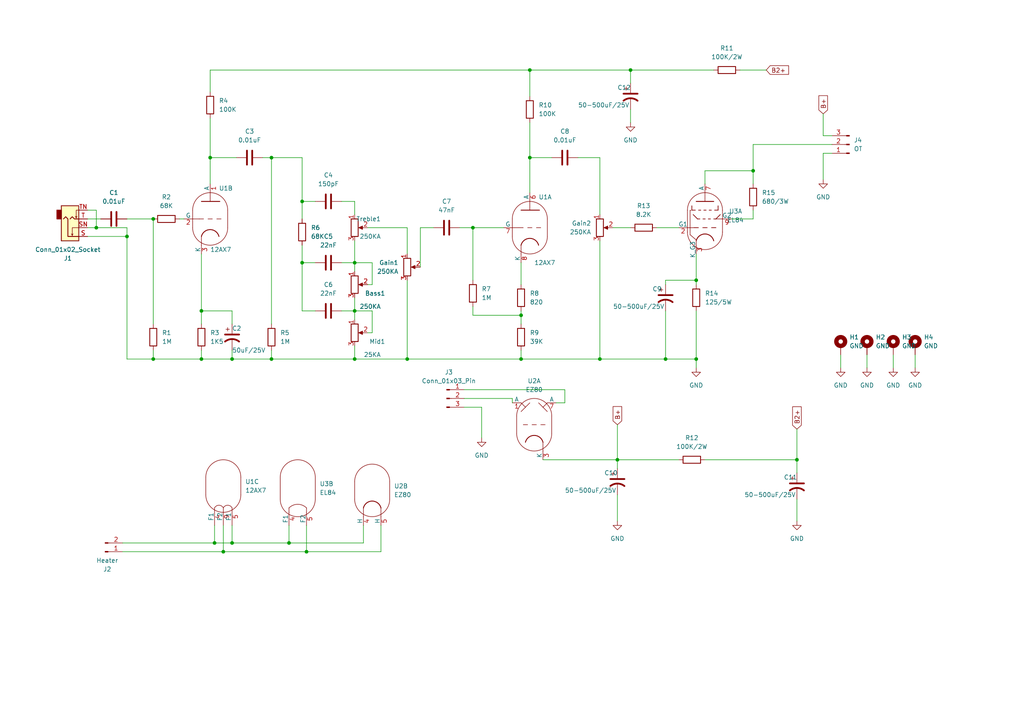
<source format=kicad_sch>
(kicad_sch (version 20230121) (generator eeschema)
  (paper "A4")
  (lib_symbols
    (symbol "Connector:Conn_01x02_Pin" (pin_names (offset 1.016) hide)
      (property "Reference" "J" (at 0 2.54 0))
      (property "Value" "Conn_01x02_Pin" (at 0 -5.08 0))
      (symbol "Conn_01x02_Pin_1_1"
        (polyline (pts (xy 1.27 -2.54) (xy 0.8636 -2.54)) (stroke (width 0.1524)))
        (polyline (pts (xy 1.27 0) (xy 0.8636 0)) (stroke (width 0.1524)))
        (rectangle (start 0.8636 -2.413) (end 0 -2.667) (stroke (width 0.1524)) (fill (type outline)))
        (rectangle (start 0.8636 0.127) (end 0 -0.127) (stroke (width 0.1524)) (fill (type outline)))
        (pin passive line (at 5.08 0 180) (length 3.81) (name "Pin_1") (number "1"))
        (pin passive line (at 5.08 -2.54 180) (length 3.81) (name "Pin_2") (number "2"))
      )
    )
    (symbol "Connector:Conn_01x03_Pin" (pin_names (offset 1.016) hide)
      (property "Reference" "J" (at 0 5.08 0))
      (property "Value" "Conn_01x03_Pin" (at 0 -5.08 0))
      (symbol "Conn_01x03_Pin_1_1"
        (polyline (pts (xy 1.27 -2.54) (xy 0.8636 -2.54)) (stroke (width 0.1524)))
        (polyline (pts (xy 1.27 0) (xy 0.8636 0)) (stroke (width 0.1524)))
        (polyline (pts (xy 1.27 2.54) (xy 0.8636 2.54)) (stroke (width 0.1524)))
        (rectangle (start 0.8636 -2.413) (end 0 -2.667) (stroke (width 0.1524)) (fill (type outline)))
        (rectangle (start 0.8636 0.127) (end 0 -0.127) (stroke (width 0.1524)) (fill (type outline)))
        (rectangle (start 0.8636 2.667) (end 0 2.413) (stroke (width 0.1524)) (fill (type outline)))
        (pin passive line (at 5.08 2.54 180) (length 3.81) (name "Pin_1") (number "1"))
        (pin passive line (at 5.08 0 180) (length 3.81) (name "Pin_2") (number "2"))
        (pin passive line (at 5.08 -2.54 180) (length 3.81) (name "Pin_3") (number "3"))
      )
    )
    (symbol "Connector_Audio:NMJ4HHD2"
      (property "Reference" "J" (at 0 11.43 0))
      (property "Value" "NMJ4HHD2" (at 0 8.89 0))
      (symbol "NMJ4HHD2_0_1"
        (rectangle (start -2.54 0) (end -3.81 -2.54) (stroke (width 0.254)) (fill (type outline)))
        (rectangle (start 2.54 6.35) (end -2.54 -3.81) (stroke (width 0.254)) (fill (type background)))
      )
      (symbol "NMJ4HHD2_1_1"
        (polyline (pts (xy 0.635 4.826) (xy 0.889 4.318)))
        (polyline (pts (xy 1.778 -0.254) (xy 2.032 -0.762)))
        (polyline (pts (xy 0 0) (xy 0.635 -0.635) (xy 1.27 0) (xy 2.54 0)) (stroke (width 0.254)))
        (polyline (pts (xy 2.54 -2.54) (xy 1.778 -2.54) (xy 1.778 -0.254) (xy 1.524 -0.762)))
        (polyline (pts (xy 2.54 2.54) (xy 0.635 2.54) (xy 0.635 4.826) (xy 0.381 4.318)))
        (polyline (pts (xy 2.54 5.08) (xy -0.635 5.08) (xy -0.635 0) (xy -1.27 -0.635) (xy -1.905 0)) (stroke (width 0.254)))
        (pin passive line (at 5.08 5.08 180) (length 2.54) (name "~") (number "S"))
        (pin passive line (at 5.08 2.54 180) (length 2.54) (name "~") (number "SN"))
        (pin passive line (at 5.08 0 180) (length 2.54) (name "~") (number "T"))
        (pin passive line (at 5.08 -2.54 180) (length 2.54) (name "~") (number "TN"))
      )
    )
    (symbol "Device:C" (pin_numbers hide) (pin_names (offset 0.254))
      (property "Reference" "C" (at 0.635 2.54 0))
      (property "Value" "C" (at 0.635 -2.54 0))
      (symbol "C_0_1"
        (polyline (pts (xy -2.032 -0.762) (xy 2.032 -0.762)) (stroke (width 0.508)))
        (polyline (pts (xy -2.032 0.762) (xy 2.032 0.762)) (stroke (width 0.508)))
      )
      (symbol "C_1_1"
        (pin passive line (at 0 3.81 270) (length 2.794) (name "~") (number "1"))
        (pin passive line (at 0 -3.81 90) (length 2.794) (name "~") (number "2"))
      )
    )
    (symbol "Device:C_Polarized_US" (pin_numbers hide) (pin_names (offset 0.254) hide)
      (property "Reference" "C" (at 0.635 2.54 0))
      (property "Value" "C_Polarized_US" (at 0.635 -2.54 0))
      (symbol "C_Polarized_US_0_1"
        (polyline (pts (xy -2.032 0.762) (xy 2.032 0.762)) (stroke (width 0.508)))
        (polyline (pts (xy -1.778 2.286) (xy -0.762 2.286)))
        (polyline (pts (xy -1.27 1.778) (xy -1.27 2.794)))
        (arc (start 2.032 -1.27) (mid 0 -0.5572) (end -2.032 -1.27) (stroke (width 0.508)))
      )
      (symbol "C_Polarized_US_1_1"
        (pin passive line (at 0 3.81 270) (length 2.794) (name "~") (number "1"))
        (pin passive line (at 0 -3.81 90) (length 3.302) (name "~") (number "2"))
      )
    )
    (symbol "Device:R" (pin_numbers hide) (pin_names (offset 0))
      (property "Reference" "R" (at 2.032 0 90))
      (property "Value" "R" (at 0 0 90))
      (symbol "R_0_1"
        (rectangle (start -1.016 -2.54) (end 1.016 2.54) (stroke (width 0.254)))
      )
      (symbol "R_1_1"
        (pin passive line (at 0 3.81 270) (length 1.27) (name "~") (number "1"))
        (pin passive line (at 0 -3.81 90) (length 1.27) (name "~") (number "2"))
      )
    )
    (symbol "Device:R_Potentiometer" (pin_names (offset 1.016) hide)
      (property "Reference" "RV" (at -4.445 0 90))
      (property "Value" "R_Potentiometer" (at -2.54 0 90))
      (symbol "R_Potentiometer_0_1"
        (polyline (pts (xy 2.54 0) (xy 1.524 0)))
        (polyline (pts (xy 1.143 0) (xy 2.286 0.508) (xy 2.286 -0.508) (xy 1.143 0)) (fill (type outline)))
        (rectangle (start 1.016 2.54) (end -1.016 -2.54) (stroke (width 0.254)))
      )
      (symbol "R_Potentiometer_1_1"
        (pin passive line (at 0 3.81 270) (length 1.27) (name "1") (number "1"))
        (pin passive line (at 3.81 0 180) (length 1.27) (name "2") (number "2"))
        (pin passive line (at 0 -3.81 90) (length 1.27) (name "3") (number "3"))
      )
    )
    (symbol "Elab:EZ80" (pin_names (offset 0))
      (property "Reference" "U" (at 1.27 8.89 0))
      (property "Value" "EZ80" (at 8.89 -7.62 0))
      (symbol "EZ80_0_1"
        (arc (start -5.08 -2.54) (mid 0 -7.5979) (end 5.08 -2.54))
        (polyline (pts (xy 5.08 2.54) (xy 5.08 -2.54)))
        (polyline (pts (xy -5.08 2.54) (xy -5.08 -2.54) (xy -5.08 -2.54)))
        (arc (start 5.08 2.54) (mid 0 7.5979) (end -5.08 2.54))
      )
      (symbol "EZ80_1_1"
        (polyline (pts (xy -3.81 3.81) (xy -2.54 5.08)))
        (polyline (pts (xy -3.81 6.35) (xy -2.54 5.08)))
        (polyline (pts (xy -2.54 5.08) (xy -1.27 6.35)))
        (polyline (pts (xy -1.905 0) (xy -3.175 0)) (stroke (width 0.1524)))
        (polyline (pts (xy -0.635 0) (xy 0.635 0)) (stroke (width 0.1524)))
        (polyline (pts (xy 1.905 0) (xy 3.175 0)) (stroke (width 0.1524)))
        (polyline (pts (xy 2.54 -5.08) (xy 2.54 -7.62)))
        (polyline (pts (xy 2.54 5.08) (xy 1.27 6.35)))
        (polyline (pts (xy 3.81 3.81) (xy 2.54 5.08)))
        (polyline (pts (xy 3.81 6.35) (xy 2.54 5.08)))
        (arc (start 2.54 -5.08) (mid 0 -3.0968) (end -2.54 -5.08) (stroke (width 0.254)))
        (pin input line (at -6.35 6.35 0) (length 2.54) (name "A") (number "1"))
        (pin bidirectional line (at 2.54 -10.16 90) (length 2.54) (name "K") (number "3"))
        (pin input line (at 6.35 6.35 180) (length 2.54) (name "A") (number "7"))
      )
      (symbol "EZ80_2_0"
        (polyline (pts (xy -2.54 -5.08) (xy -2.54 -7.62)))
      )
      (symbol "EZ80_2_1"
        (polyline (pts (xy 2.54 -7.62) (xy 2.54 -5.08)))
        (arc (start 2.54 -5.08) (mid 0 -3.0968) (end -2.54 -5.08) (stroke (width 0.254)))
        (pin bidirectional line (at -2.54 -10.16 90) (length 2.54) (name "H") (number "4"))
        (pin input line (at 2.54 -10.16 90) (length 2.54) (name "H") (number "5"))
      )
    )
    (symbol "Mechanical:MountingHole_Pad" (pin_numbers hide) (pin_names (offset 1.016) hide)
      (property "Reference" "H" (at 0 6.35 0))
      (property "Value" "MountingHole_Pad" (at 0 4.445 0))
      (symbol "MountingHole_Pad_0_1"
        (circle (center 0 1.27) (radius 1.27) (stroke (width 1.27)))
      )
      (symbol "MountingHole_Pad_1_1"
        (pin input line (at 0 -2.54 90) (length 2.54) (name "1") (number "1"))
      )
    )
    (symbol "Valve:ECC83" (pin_names (offset 0))
      (property "Reference" "U" (at 3.302 7.874 0))
      (property "Value" "ECC83" (at 8.89 -7.62 0))
      (symbol "ECC83_0_1"
        (arc (start -5.08 -2.54) (mid 0 -7.5979) (end 5.08 -2.54))
        (polyline (pts (xy 5.08 2.54) (xy 5.08 -2.54)))
        (polyline (pts (xy -5.08 2.54) (xy -5.08 -2.54) (xy -5.08 -2.54)))
        (arc (start 5.08 2.54) (mid 0 7.5979) (end -5.08 2.54))
      )
      (symbol "ECC83_1_0"
        (polyline (pts (xy -2.54 -5.08) (xy -2.54 -7.62)))
        (polyline (pts (xy 0 5.08) (xy 0 7.62)))
      )
      (symbol "ECC83_1_1"
        (polyline (pts (xy -5.08 0) (xy -3.175 0)))
        (polyline (pts (xy -1.905 0) (xy -3.175 0)) (stroke (width 0.1524)))
        (polyline (pts (xy -0.635 0) (xy 0.635 0)) (stroke (width 0.1524)))
        (polyline (pts (xy 1.905 0) (xy 3.175 0)) (stroke (width 0.1524)))
        (polyline (pts (xy -2.54 5.08) (xy 2.794 5.08) (xy 2.794 5.08)) (stroke (width 0.254)))
        (arc (start 2.54 -5.08) (mid 0 -3.0968) (end -2.54 -5.08) (stroke (width 0.254)))
        (pin output line (at 0 10.16 270) (length 2.54) (name "A") (number "6"))
        (pin input line (at -7.62 0 0) (length 2.54) (name "G") (number "7"))
        (pin bidirectional line (at -2.54 -10.16 90) (length 2.54) (name "K") (number "8"))
      )
      (symbol "ECC83_2_0"
        (polyline (pts (xy -2.54 -5.08) (xy -2.54 -7.62)))
        (polyline (pts (xy 0 5.08) (xy 0 7.62)))
      )
      (symbol "ECC83_2_1"
        (polyline (pts (xy -5.08 0) (xy -3.175 0)))
        (polyline (pts (xy -1.905 0) (xy -3.175 0)) (stroke (width 0.1524)))
        (polyline (pts (xy -0.635 0) (xy 0.635 0)) (stroke (width 0.1524)))
        (polyline (pts (xy 1.905 0) (xy 3.175 0)) (stroke (width 0.1524)))
        (polyline (pts (xy -2.54 5.08) (xy 2.794 5.08) (xy 2.794 5.08)) (stroke (width 0.254)))
        (arc (start 2.54 -5.08) (mid 0 -3.0968) (end -2.54 -5.08) (stroke (width 0.254)))
        (pin output line (at 0 10.16 270) (length 2.54) (name "A") (number "1"))
        (pin input line (at -7.62 0 0) (length 2.54) (name "G") (number "2"))
        (pin bidirectional line (at -2.54 -10.16 90) (length 2.54) (name "K") (number "3"))
      )
      (symbol "ECC83_3_1"
        (arc (start 0 -6.35) (mid -1.27 -5.5651) (end -2.54 -6.35))
        (arc (start 2.54 -6.35) (mid 1.27 -5.5651) (end 0 -6.35))
        (pin power_in line (at -2.54 -11.43 90) (length 5.08) (name "F1") (number "4"))
        (pin power_in line (at 2.54 -11.43 90) (length 5.08) (name "F1") (number "5"))
        (pin power_in line (at 0 -11.43 90) (length 5.08) (name "F2") (number "9"))
      )
    )
    (symbol "Valve:EL84" (pin_names (offset 0))
      (property "Reference" "U" (at 2.54 10.16 0))
      (property "Value" "EL84" (at 7.62 -7.62 0))
      (symbol "EL84_0_1"
        (arc (start -5.08 -2.54) (mid 0 -7.5979) (end 5.08 -2.54))
        (polyline (pts (xy -5.08 3.81) (xy -5.08 -2.54) (xy -5.08 -2.54)))
        (polyline (pts (xy 5.08 -2.54) (xy 5.08 3.81) (xy 5.08 3.81)))
        (arc (start 5.08 3.81) (mid 0 8.8679) (end -5.08 3.81))
      )
      (symbol "EL84_1_0"
        (polyline (pts (xy -2.54 -5.08) (xy -2.54 -7.62)))
      )
      (symbol "EL84_1_1"
        (polyline (pts (xy -5.08 -1.27) (xy -3.175 -1.27)))
        (polyline (pts (xy -4.318 -3.302) (xy -4.318 3.7338)))
        (polyline (pts (xy -4.318 -3.302) (xy -2.54 -4.826)))
        (polyline (pts (xy -4.064 3.7338) (xy -4.318 3.7338)))
        (polyline (pts (xy -3.81 3.81) (xy -2.794 3.81)) (stroke (width 0.2032)))
        (polyline (pts (xy -3.81 5.08) (xy -3.81 3.81)) (stroke (width 0.2032)))
        (polyline (pts (xy -3.429 2.54) (xy -2.159 1.27)) (stroke (width 0.2032)))
        (polyline (pts (xy -2.159 1.27) (xy -1.4732 1.27)) (stroke (width 0.2032)))
        (polyline (pts (xy -1.905 -1.27) (xy -3.175 -1.27)) (stroke (width 0.2032)))
        (polyline (pts (xy -1.8542 3.81) (xy -1.2192 3.81)) (stroke (width 0.2032)))
        (polyline (pts (xy -0.635 -1.27) (xy 0.635 -1.27)) (stroke (width 0.2032)))
        (polyline (pts (xy -0.5842 1.27) (xy 0.0762 1.27)) (stroke (width 0.2032)))
        (polyline (pts (xy -0.3302 3.81) (xy 0.3302 3.81)) (stroke (width 0.2032)))
        (polyline (pts (xy 0 6.35) (xy 0 8.89)))
        (polyline (pts (xy 0.9652 1.27) (xy 1.6002 1.27)) (stroke (width 0.2032)))
        (polyline (pts (xy 1.2192 3.81) (xy 1.8542 3.81)) (stroke (width 0.2032)))
        (polyline (pts (xy 1.905 -1.27) (xy 3.175 -1.27)) (stroke (width 0.2032)))
        (polyline (pts (xy 2.54 1.27) (xy 3.175 1.27)) (stroke (width 0.2032)))
        (polyline (pts (xy 3.175 1.27) (xy 5.08 1.27)))
        (polyline (pts (xy 3.81 3.81) (xy 2.794 3.81)) (stroke (width 0.2032)))
        (polyline (pts (xy 3.81 5.08) (xy 3.81 3.81)) (stroke (width 0.2032)))
        (polyline (pts (xy 4.445 2.54) (xy 3.175 1.27)) (stroke (width 0.2032)))
        (polyline (pts (xy -2.54 6.35) (xy 2.54 6.35) (xy 2.54 6.35)) (stroke (width 0.254)))
        (arc (start 2.54 -5.08) (mid 0 -3.0968) (end -2.54 -5.08) (stroke (width 0.254)))
        (pin input line (at -7.62 -1.27 0) (length 2.54) (name "G1") (number "2"))
        (pin bidirectional line (at -2.54 -8.89 90) (length 2.54) (name "K_G3") (number "3"))
        (pin output line (at 0 11.43 270) (length 2.54) (name "A") (number "7"))
        (pin input line (at 7.62 1.27 180) (length 2.54) (name "G2") (number "9"))
      )
      (symbol "EL84_2_1"
        (polyline (pts (xy -2.54 -5.08) (xy -2.54 -6.35) (xy -2.54 -6.35)))
        (polyline (pts (xy 2.54 -6.35) (xy 2.54 -5.08) (xy 2.54 -5.08)))
        (arc (start 2.54 -5.08) (mid 0 -4.0279) (end -2.54 -5.08))
        (pin power_in line (at -2.54 -10.16 90) (length 3.81) (name "F1") (number "4"))
        (pin power_in line (at 2.54 -10.16 90) (length 3.81) (name "F2") (number "5"))
      )
    )
    (symbol "power:GND" (power) (pin_names (offset 0))
      (property "Value" "GND" (at 0 -3.81 0))
      (symbol "GND_0_1"
        (polyline (pts (xy 0 0) (xy 0 -1.27) (xy 1.27 -1.27) (xy 0 -2.54) (xy -1.27 -1.27) (xy 0 -1.27)))
      )
      (symbol "GND_1_1"
        (pin power_in line (at 0 0 270) (length 0) hide (name "GND") (number "1"))
      )
    )
  )
  (junction (at 102.87 104.14))
  (junction (at 27.94 66.04))
  (junction (at 173.99 104.14))
  (junction (at 137.16 66.04))
  (junction (at 58.42 90.17))
  (junction (at 179.07 133.35))
  (junction (at 78.74 104.14))
  (junction (at 44.45 104.14))
  (junction (at 87.63 58.42))
  (junction (at 64.77 160.02))
  (junction (at 78.74 45.72))
  (junction (at 67.31 157.48))
  (junction (at 151.13 91.44))
  (junction (at 218.44 49.53))
  (junction (at 201.93 104.14))
  (junction (at 88.9 160.02))
  (junction (at 193.04 104.14))
  (junction (at 36.83 68.58))
  (junction (at 87.63 76.2))
  (junction (at 153.67 45.72))
  (junction (at 151.13 104.14))
  (junction (at 67.31 104.14))
  (junction (at 153.67 20.32))
  (junction (at 118.11 104.14))
  (junction (at 58.42 104.14))
  (junction (at 231.14 133.35))
  (junction (at 102.87 76.2))
  (junction (at 44.45 63.5))
  (junction (at 60.96 45.72))
  (junction (at 182.88 20.32))
  (junction (at 201.93 81.28))
  (junction (at 102.87 90.17))
  (junction (at 83.82 157.48))
  (junction (at 62.23 157.48))
  (wire (pts (xy 78.74 45.72) (xy 87.63 45.72)))
  (wire (pts (xy 182.88 31.75) (xy 182.88 35.56)))
  (wire (pts (xy 60.96 45.72) (xy 68.58 45.72)))
  (wire (pts (xy 231.14 144.78) (xy 231.14 151.13)))
  (wire (pts (xy 78.74 93.98) (xy 78.74 45.72)))
  (wire (pts (xy 153.67 20.32) (xy 153.67 27.94)))
  (wire (pts (xy 87.63 90.17) (xy 91.44 90.17)))
  (wire (pts (xy 153.67 20.32) (xy 182.88 20.32)))
  (wire (pts (xy 193.04 81.28) (xy 201.93 81.28)))
  (wire (pts (xy 137.16 88.9) (xy 137.16 91.44)))
  (wire (pts (xy 36.83 68.58) (xy 36.83 104.14)))
  (wire (pts (xy 107.95 90.17) (xy 102.87 90.17)))
  (wire (pts (xy 64.77 152.4) (xy 64.77 160.02)))
  (wire (pts (xy 102.87 69.85) (xy 102.87 76.2)))
  (wire (pts (xy 231.14 124.46) (xy 231.14 133.35)))
  (wire (pts (xy 87.63 76.2) (xy 91.44 76.2)))
  (wire (pts (xy 163.83 113.03) (xy 163.83 116.84)))
  (wire (pts (xy 58.42 90.17) (xy 58.42 93.98)))
  (wire (pts (xy 58.42 73.66) (xy 58.42 90.17)))
  (wire (pts (xy 238.76 39.37) (xy 238.76 33.02)))
  (wire (pts (xy 105.41 157.48) (xy 83.82 157.48)))
  (wire (pts (xy 60.96 20.32) (xy 153.67 20.32)))
  (wire (pts (xy 36.83 63.5) (xy 44.45 63.5)))
  (wire (pts (xy 102.87 58.42) (xy 102.87 62.23)))
  (wire (pts (xy 60.96 20.32) (xy 60.96 26.67)))
  (wire (pts (xy 67.31 101.6) (xy 67.31 104.14)))
  (wire (pts (xy 67.31 152.4) (xy 67.31 157.48)))
  (wire (pts (xy 218.44 41.91) (xy 218.44 49.53)))
  (wire (pts (xy 102.87 76.2) (xy 102.87 78.74)))
  (wire (pts (xy 151.13 104.14) (xy 173.99 104.14)))
  (wire (pts (xy 179.07 133.35) (xy 196.85 133.35)))
  (wire (pts (xy 118.11 66.04) (xy 106.68 66.04)))
  (wire (pts (xy 99.06 76.2) (xy 102.87 76.2)))
  (wire (pts (xy 107.95 96.52) (xy 107.95 90.17)))
  (wire (pts (xy 44.45 104.14) (xy 58.42 104.14)))
  (wire (pts (xy 60.96 45.72) (xy 60.96 53.34)))
  (wire (pts (xy 110.49 152.4) (xy 110.49 160.02)))
  (wire (pts (xy 25.4 63.5) (xy 29.21 63.5)))
  (wire (pts (xy 83.82 152.4) (xy 83.82 157.48)))
  (wire (pts (xy 139.7 127) (xy 139.7 118.11)))
  (wire (pts (xy 173.99 69.85) (xy 173.99 104.14)))
  (wire (pts (xy 177.8 66.04) (xy 182.88 66.04)))
  (wire (pts (xy 27.94 60.96) (xy 27.94 66.04)))
  (wire (pts (xy 163.83 116.84) (xy 161.29 116.84)))
  (wire (pts (xy 139.7 118.11) (xy 134.62 118.11)))
  (wire (pts (xy 157.48 133.35) (xy 179.07 133.35)))
  (wire (pts (xy 25.4 60.96) (xy 27.94 60.96)))
  (wire (pts (xy 179.07 143.51) (xy 179.07 151.13)))
  (wire (pts (xy 137.16 66.04) (xy 137.16 81.28)))
  (wire (pts (xy 148.59 115.57) (xy 148.59 116.84)))
  (wire (pts (xy 87.63 58.42) (xy 87.63 63.5)))
  (wire (pts (xy 118.11 73.66) (xy 118.11 66.04)))
  (wire (pts (xy 99.06 90.17) (xy 102.87 90.17)))
  (wire (pts (xy 78.74 101.6) (xy 78.74 104.14)))
  (wire (pts (xy 251.46 106.68) (xy 251.46 102.87)))
  (wire (pts (xy 153.67 45.72) (xy 153.67 55.88)))
  (wire (pts (xy 102.87 90.17) (xy 102.87 86.36)))
  (wire (pts (xy 201.93 81.28) (xy 201.93 82.55)))
  (wire (pts (xy 218.44 63.5) (xy 212.09 63.5)))
  (wire (pts (xy 88.9 152.4) (xy 88.9 160.02)))
  (wire (pts (xy 265.43 106.68) (xy 265.43 102.87)))
  (wire (pts (xy 167.64 45.72) (xy 173.99 45.72)))
  (wire (pts (xy 193.04 90.17) (xy 193.04 104.14)))
  (wire (pts (xy 182.88 20.32) (xy 207.01 20.32)))
  (wire (pts (xy 153.67 35.56) (xy 153.67 45.72)))
  (wire (pts (xy 173.99 104.14) (xy 193.04 104.14)))
  (wire (pts (xy 99.06 58.42) (xy 102.87 58.42)))
  (wire (pts (xy 134.62 115.57) (xy 148.59 115.57)))
  (wire (pts (xy 204.47 49.53) (xy 204.47 53.34)))
  (wire (pts (xy 25.4 66.04) (xy 27.94 66.04)))
  (wire (pts (xy 133.35 66.04) (xy 137.16 66.04)))
  (wire (pts (xy 60.96 34.29) (xy 60.96 45.72)))
  (wire (pts (xy 87.63 76.2) (xy 87.63 90.17)))
  (wire (pts (xy 218.44 60.96) (xy 218.44 63.5)))
  (wire (pts (xy 201.93 104.14) (xy 193.04 104.14)))
  (wire (pts (xy 151.13 90.17) (xy 151.13 91.44)))
  (wire (pts (xy 193.04 82.55) (xy 193.04 81.28)))
  (wire (pts (xy 259.08 106.68) (xy 259.08 102.87)))
  (wire (pts (xy 106.68 82.55) (xy 107.95 82.55)))
  (wire (pts (xy 67.31 90.17) (xy 58.42 90.17)))
  (wire (pts (xy 105.41 152.4) (xy 105.41 157.48)))
  (wire (pts (xy 107.95 82.55) (xy 107.95 76.2)))
  (wire (pts (xy 201.93 104.14) (xy 201.93 106.68)))
  (wire (pts (xy 214.63 20.32) (xy 222.25 20.32)))
  (wire (pts (xy 102.87 104.14) (xy 118.11 104.14)))
  (wire (pts (xy 179.07 123.19) (xy 179.07 133.35)))
  (wire (pts (xy 134.62 113.03) (xy 163.83 113.03)))
  (wire (pts (xy 173.99 45.72) (xy 173.99 62.23)))
  (wire (pts (xy 201.93 90.17) (xy 201.93 104.14)))
  (wire (pts (xy 137.16 91.44) (xy 151.13 91.44)))
  (wire (pts (xy 151.13 91.44) (xy 151.13 93.98)))
  (wire (pts (xy 36.83 66.04) (xy 36.83 68.58)))
  (wire (pts (xy 78.74 104.14) (xy 102.87 104.14)))
  (wire (pts (xy 62.23 157.48) (xy 67.31 157.48)))
  (wire (pts (xy 35.56 157.48) (xy 62.23 157.48)))
  (wire (pts (xy 67.31 104.14) (xy 78.74 104.14)))
  (wire (pts (xy 121.92 77.47) (xy 121.92 66.04)))
  (wire (pts (xy 137.16 66.04) (xy 146.05 66.04)))
  (wire (pts (xy 27.94 66.04) (xy 36.83 66.04)))
  (wire (pts (xy 182.88 20.32) (xy 182.88 24.13)))
  (wire (pts (xy 58.42 101.6) (xy 58.42 104.14)))
  (wire (pts (xy 118.11 81.28) (xy 118.11 104.14)))
  (wire (pts (xy 62.23 152.4) (xy 62.23 157.48)))
  (wire (pts (xy 110.49 160.02) (xy 88.9 160.02)))
  (wire (pts (xy 67.31 93.98) (xy 67.31 90.17)))
  (wire (pts (xy 87.63 58.42) (xy 91.44 58.42)))
  (wire (pts (xy 241.3 39.37) (xy 238.76 39.37)))
  (wire (pts (xy 218.44 49.53) (xy 218.44 53.34)))
  (wire (pts (xy 241.3 44.45) (xy 238.76 44.45)))
  (wire (pts (xy 179.07 133.35) (xy 179.07 135.89)))
  (wire (pts (xy 52.07 63.5) (xy 53.34 63.5)))
  (wire (pts (xy 241.3 41.91) (xy 218.44 41.91)))
  (wire (pts (xy 243.84 106.68) (xy 243.84 102.87)))
  (wire (pts (xy 44.45 63.5) (xy 44.45 93.98)))
  (wire (pts (xy 78.74 45.72) (xy 76.2 45.72)))
  (wire (pts (xy 151.13 101.6) (xy 151.13 104.14)))
  (wire (pts (xy 121.92 66.04) (xy 125.73 66.04)))
  (wire (pts (xy 204.47 49.53) (xy 218.44 49.53)))
  (wire (pts (xy 190.5 66.04) (xy 196.85 66.04)))
  (wire (pts (xy 201.93 81.28) (xy 201.93 73.66)))
  (wire (pts (xy 151.13 76.2) (xy 151.13 82.55)))
  (wire (pts (xy 118.11 104.14) (xy 151.13 104.14)))
  (wire (pts (xy 231.14 137.16) (xy 231.14 133.35)))
  (wire (pts (xy 102.87 100.33) (xy 102.87 104.14)))
  (wire (pts (xy 107.95 76.2) (xy 102.87 76.2)))
  (wire (pts (xy 106.68 96.52) (xy 107.95 96.52)))
  (wire (pts (xy 67.31 157.48) (xy 83.82 157.48)))
  (wire (pts (xy 36.83 104.14) (xy 44.45 104.14)))
  (wire (pts (xy 87.63 45.72) (xy 87.63 58.42)))
  (wire (pts (xy 25.4 68.58) (xy 36.83 68.58)))
  (wire (pts (xy 44.45 104.14) (xy 44.45 101.6)))
  (wire (pts (xy 238.76 44.45) (xy 238.76 52.07)))
  (wire (pts (xy 87.63 71.12) (xy 87.63 76.2)))
  (wire (pts (xy 231.14 133.35) (xy 204.47 133.35)))
  (wire (pts (xy 153.67 45.72) (xy 160.02 45.72)))
  (wire (pts (xy 102.87 90.17) (xy 102.87 92.71)))
  (wire (pts (xy 64.77 160.02) (xy 88.9 160.02)))
  (wire (pts (xy 35.56 160.02) (xy 64.77 160.02)))
  (wire (pts (xy 58.42 104.14) (xy 67.31 104.14)))
  (global_label "B2+" (shape input) (at 231.14 124.46 90) (property "Intersheetrefs" "${INTERSHEET_REFS}" (effects hide)))
  (global_label "B2+" (shape input) (at 222.25 20.32 0) (property "Intersheetrefs" "${INTERSHEET_REFS}" (effects hide)))
  (global_label "B+" (shape input) (at 179.07 123.19 90) (property "Intersheetrefs" "${INTERSHEET_REFS}" (effects hide)))
  (global_label "B+" (shape input) (at 238.76 33.02 90) (property "Intersheetrefs" "${INTERSHEET_REFS}" (effects hide)))
  (symbol (lib_id "power:GND") (at 231.14 151.13 0) (unit 1)
    (property "Reference" "#PWR03" (effects hide))
    (property "Value" "GND" (at 231.14 156.21 0))
  )
  (symbol (lib_id "Device:C") (at 129.54 66.04 90) (unit 1)
    (property "Reference" "C7" (at 129.54 58.42 90))
    (property "Value" "47nF" (at 129.54 60.96 90))
    (property "Footprint" "Capacitor_THT:C_Rect_L29.0mm_W7.6mm_P27.50mm_MKT" (effects hide))
  )
  (symbol (lib_id "Device:C") (at 95.25 76.2 90) (unit 1)
    (property "Reference" "C5" (at 95.25 68.58 90))
    (property "Value" "22nF" (at 95.25 71.12 90))
    (property "Footprint" "Capacitor_THT:C_Rect_L29.0mm_W7.6mm_P27.50mm_MKT" (effects hide))
  )
  (symbol (lib_id "Device:R") (at 151.13 86.36 0) (unit 1)
    (property "Reference" "R8" (at 153.67 85.09 0) (effects (justify left)))
    (property "Value" "820" (at 153.67 87.63 0) (effects (justify left)))
    (property "Footprint" "Resistor_THT:R_Axial_DIN0411_L9.9mm_D3.6mm_P20.32mm_Horizontal" (effects hide))
  )
  (symbol (lib_id "Connector:Conn_01x03_Pin") (at 246.38 41.91 180) (unit 1)
    (property "Reference" "J4" (at 247.65 40.64 0) (effects (justify right)))
    (property "Value" "OT" (at 247.65 43.18 0) (effects (justify right)))
    (property "Footprint" "Connector_Phoenix_MC_HighVoltage:PhoenixContact_MCV_1,5_3-G-5.08_1x03_P5.08mm_Vertical" (effects hide))
  )
  (symbol (lib_id "Connector:Conn_01x02_Pin") (at 30.48 160.02 0) (mirror x) (unit 1)
    (property "Reference" "J2" (at 31.115 165.1 0))
    (property "Value" "Heater" (at 31.115 162.56 0))
    (property "Footprint" "Connector_Phoenix_MC_HighVoltage:PhoenixContact_MCV_1,5_2-G-5.08_1x02_P5.08mm_Vertical" (effects hide))
  )
  (symbol (lib_id "Device:R_Potentiometer") (at 102.87 66.04 0) (unit 1)
    (property "Reference" "Treble1" (at 110.49 63.5 0) (effects (justify right)))
    (property "Value" "250KA" (at 110.49 68.58 0) (effects (justify right)))
    (property "Footprint" "Potentiometer_THT:Potentiometer_Alps_RK163_Single_Horizontal" (effects hide))
  )
  (symbol (lib_id "Valve:EL84") (at 86.36 142.24 0) (unit 2)
    (property "Reference" "U3" (at 92.71 140.335 0) (effects (justify left)))
    (property "Value" "EL84" (at 92.71 142.875 0) (effects (justify left)))
    (property "Footprint" "Elab:9P_2.57mm" (effects hide))
    (property "Datasheet" "http://www.r-type.org/pdfs/el84.pdf" (effects hide))
  )
  (symbol (lib_id "Device:C_Polarized_US") (at 179.07 139.7 0) (unit 1)
    (property "Reference" "C10" (at 175.26 137.16 0) (effects (justify left)))
    (property "Value" "50-500uF/25V" (at 163.83 142.24 0) (effects (justify left)))
    (property "Footprint" "Capacitor_THT:CP_Radial_D18.0mm_P7.50mm" (effects hide))
  )
  (symbol (lib_id "power:GND") (at 259.08 106.68 0) (unit 1)
    (property "Reference" "#PWR09" (effects hide))
    (property "Value" "GND" (at 259.08 111.76 0))
  )
  (symbol (lib_id "Device:R") (at 60.96 30.48 0) (unit 1)
    (property "Reference" "R4" (at 63.5 29.21 0) (effects (justify left)))
    (property "Value" "100K" (at 63.5 31.75 0) (effects (justify left)))
    (property "Footprint" "Resistor_THT:R_Axial_DIN0411_L9.9mm_D3.6mm_P20.32mm_Horizontal" (effects hide))
  )
  (symbol (lib_id "Connector_Audio:NMJ4HHD2") (at 20.32 63.5 0) (mirror x) (unit 1)
    (property "Reference" "J1" (at 19.685 74.93 0))
    (property "Value" "Conn_01x02_Socket" (at 19.685 72.39 0))
    (property "Footprint" "Connector_Audio:Jack_6.35mm_Neutrik_NMJ4HCD2_Horizontal" (effects hide))
    (property "Datasheet" "https://www.neutrik.com/en/product/nmj4hhd2" (effects hide))
  )
  (symbol (lib_id "Device:R") (at 151.13 97.79 0) (unit 1)
    (property "Reference" "R9" (at 153.67 96.52 0) (effects (justify left)))
    (property "Value" "39K" (at 153.67 99.06 0) (effects (justify left)))
    (property "Footprint" "Resistor_THT:R_Axial_DIN0411_L9.9mm_D3.6mm_P20.32mm_Horizontal" (effects hide))
  )
  (symbol (lib_id "Device:R_Potentiometer") (at 102.87 82.55 0) (unit 1)
    (property "Reference" "Bass1" (at 111.76 85.09 0) (effects (justify right)))
    (property "Value" "250KA" (at 110.49 88.9 0) (effects (justify right)))
    (property "Footprint" "Potentiometer_THT:Potentiometer_Alps_RK163_Single_Horizontal" (effects hide))
  )
  (symbol (lib_id "Device:C_Polarized_US") (at 231.14 140.97 0) (unit 1)
    (property "Reference" "C11" (at 227.33 138.43 0) (effects (justify left)))
    (property "Value" "50-500uF/25V" (at 215.9 143.51 0) (effects (justify left)))
    (property "Footprint" "Capacitor_THT:CP_Radial_D18.0mm_P7.50mm" (effects hide))
  )
  (symbol (lib_id "Device:R") (at 218.44 57.15 180) (unit 1)
    (property "Reference" "R15" (at 220.98 55.88 0) (effects (justify right)))
    (property "Value" "680/3W" (at 220.98 58.42 0) (effects (justify right)))
    (property "Footprint" "Resistor_THT:R_Axial_DIN0411_L9.9mm_D3.6mm_P20.32mm_Horizontal" (effects hide))
  )
  (symbol (lib_id "Device:R") (at 210.82 20.32 90) (unit 1)
    (property "Reference" "R11" (at 210.82 13.97 90))
    (property "Value" "100K/2W" (at 210.82 16.51 90))
    (property "Footprint" "Resistor_THT:R_Axial_DIN0411_L9.9mm_D3.6mm_P20.32mm_Horizontal" (effects hide))
  )
  (symbol (lib_id "Device:R") (at 48.26 63.5 90) (unit 1)
    (property "Reference" "R2" (at 48.26 57.15 90))
    (property "Value" "68K" (at 48.26 59.69 90))
    (property "Footprint" "Resistor_THT:R_Axial_DIN0411_L9.9mm_D3.6mm_P20.32mm_Horizontal" (effects hide))
  )
  (symbol (lib_id "Mechanical:MountingHole_Pad") (at 265.43 100.33 0) (unit 1)
    (property "Reference" "H4" (at 267.97 97.79 0) (effects (justify left)))
    (property "Value" "GND" (at 267.97 100.33 0) (effects (justify left)))
    (property "Footprint" "MountingHole:MountingHole_2.5mm_Pad_TopBottom" (effects hide))
  )
  (symbol (lib_id "Mechanical:MountingHole_Pad") (at 251.46 100.33 0) (unit 1)
    (property "Reference" "H2" (at 254 97.79 0) (effects (justify left)))
    (property "Value" "GND" (at 254 100.33 0) (effects (justify left)))
    (property "Footprint" "MountingHole:MountingHole_2.5mm_Pad_TopBottom" (effects hide))
  )
  (symbol (lib_id "Valve:ECC83") (at 60.96 63.5 0) (unit 2)
    (property "Reference" "U1" (at 63.5 54.61 0) (effects (justify left)))
    (property "Value" "12AX7" (at 60.96 72.39 0) (effects (justify left)))
    (property "Footprint" "Elab:9P_2.57mm" (effects hide))
    (property "Datasheet" "http://www.r-type.org/pdfs/ecc83.pdf" (effects hide))
  )
  (symbol (lib_id "power:GND") (at 182.88 35.56 0) (unit 1)
    (property "Reference" "#PWR02" (effects hide))
    (property "Value" "GND" (at 182.88 40.64 0))
  )
  (symbol (lib_id "Valve:ECC83") (at 64.77 140.97 0) (unit 3)
    (property "Reference" "U1" (at 71.12 139.7 0) (effects (justify left)))
    (property "Value" "12AX7" (at 71.12 142.24 0) (effects (justify left)))
    (property "Footprint" "Elab:9P_2.57mm" (effects hide))
    (property "Datasheet" "http://www.r-type.org/pdfs/ecc83.pdf" (effects hide))
  )
  (symbol (lib_id "Mechanical:MountingHole_Pad") (at 243.84 100.33 0) (unit 1)
    (property "Reference" "H1" (at 246.38 97.79 0) (effects (justify left)))
    (property "Value" "GND" (at 246.38 100.33 0) (effects (justify left)))
    (property "Footprint" "MountingHole:MountingHole_2.5mm_Pad_TopBottom" (effects hide))
  )
  (symbol (lib_id "Elab:EZ80") (at 154.94 123.19 0) (unit 1)
    (property "Reference" "U2" (at 154.94 110.49 0))
    (property "Value" "EZ80" (at 154.94 113.03 0))
    (property "Footprint" "Elab:9P_2.57mm" (effects hide))
    (property "Datasheet" "http://www.r-type.org/pdfs/ecc83.pdf" (effects hide))
  )
  (symbol (lib_id "power:GND") (at 251.46 106.68 0) (unit 1)
    (property "Reference" "#PWR08" (effects hide))
    (property "Value" "GND" (at 251.46 111.76 0))
  )
  (symbol (lib_id "Device:R") (at 137.16 85.09 0) (unit 1)
    (property "Reference" "R7" (at 139.7 83.82 0) (effects (justify left)))
    (property "Value" "1M" (at 139.7 86.36 0) (effects (justify left)))
    (property "Footprint" "Resistor_THT:R_Axial_DIN0411_L9.9mm_D3.6mm_P20.32mm_Horizontal" (effects hide))
  )
  (symbol (lib_id "power:GND") (at 201.93 106.68 0) (unit 1)
    (property "Reference" "#PWR05" (effects hide))
    (property "Value" "GND" (at 201.93 111.76 0))
  )
  (symbol (lib_id "Valve:EL84") (at 204.47 64.77 0) (unit 1)
    (property "Reference" "U3" (at 213.36 61.2841 0))
    (property "Value" "EL84" (at 213.36 63.8241 0))
    (property "Footprint" "Elab:9P_2.57mm" (effects hide))
    (property "Datasheet" "http://www.r-type.org/pdfs/el84.pdf" (effects hide))
  )
  (symbol (lib_id "Device:R_Potentiometer") (at 173.99 66.04 0) (unit 1)
    (property "Reference" "Gain2" (at 171.45 64.77 0) (effects (justify right)))
    (property "Value" "250KA" (at 171.45 67.31 0) (effects (justify right)))
    (property "Footprint" "Potentiometer_THT:Potentiometer_Alps_RK163_Single_Horizontal" (effects hide))
  )
  (symbol (lib_id "Device:C") (at 72.39 45.72 90) (unit 1)
    (property "Reference" "C3" (at 72.39 38.1 90))
    (property "Value" "0.01uF" (at 72.39 40.64 90))
    (property "Footprint" "Capacitor_THT:C_Rect_L29.0mm_W7.6mm_P27.50mm_MKT" (effects hide))
  )
  (symbol (lib_id "Device:R") (at 200.66 133.35 90) (unit 1)
    (property "Reference" "R12" (at 200.66 127 90))
    (property "Value" "100K/2W" (at 200.66 129.54 90))
    (property "Footprint" "Resistor_THT:R_Axial_DIN0411_L9.9mm_D3.6mm_P20.32mm_Horizontal" (effects hide))
  )
  (symbol (lib_id "Device:R") (at 44.45 97.79 0) (unit 1)
    (property "Reference" "R1" (at 46.99 96.52 0) (effects (justify left)))
    (property "Value" "1M" (at 46.99 99.06 0) (effects (justify left)))
    (property "Footprint" "Resistor_THT:R_Axial_DIN0411_L9.9mm_D3.6mm_P20.32mm_Horizontal" (effects hide))
  )
  (symbol (lib_id "power:GND") (at 139.7 127 0) (unit 1)
    (property "Reference" "#PWR01" (effects hide))
    (property "Value" "GND" (at 139.7 132.08 0))
  )
  (symbol (lib_id "Valve:ECC83") (at 153.67 66.04 0) (unit 1)
    (property "Reference" "U1" (at 156.21 57.15 0) (effects (justify left)))
    (property "Value" "12AX7" (at 154.94 76.2 0) (effects (justify left)))
    (property "Footprint" "Elab:9P_2.57mm" (effects hide))
    (property "Datasheet" "http://www.r-type.org/pdfs/ecc83.pdf" (effects hide))
  )
  (symbol (lib_id "Device:C_Polarized_US") (at 67.31 97.79 0) (unit 1)
    (property "Reference" "C2" (at 67.31 95.25 0) (effects (justify left)))
    (property "Value" "50uF/25V" (at 67.31 101.6 0) (effects (justify left)))
    (property "Footprint" "Capacitor_THT:CP_Radial_D10.0mm_P3.80mm" (effects hide))
  )
  (symbol (lib_id "power:GND") (at 243.84 106.68 0) (unit 1)
    (property "Reference" "#PWR07" (effects hide))
    (property "Value" "GND" (at 243.84 111.76 0))
  )
  (symbol (lib_id "Device:R") (at 201.93 86.36 180) (unit 1)
    (property "Reference" "R14" (at 204.47 85.09 0) (effects (justify right)))
    (property "Value" "125/5W" (at 204.47 87.63 0) (effects (justify right)))
    (property "Footprint" "Resistor_THT:R_Axial_DIN0411_L9.9mm_D3.6mm_P20.32mm_Horizontal" (effects hide))
  )
  (symbol (lib_id "Device:C") (at 33.02 63.5 90) (unit 1)
    (property "Reference" "C1" (at 33.02 55.88 90))
    (property "Value" "0.01uF" (at 33.02 58.42 90))
    (property "Footprint" "Capacitor_THT:C_Rect_L29.0mm_W7.6mm_P27.50mm_MKT" (effects hide))
  )
  (symbol (lib_id "Device:R_Potentiometer") (at 102.87 96.52 0) (unit 1)
    (property "Reference" "Mid1" (at 111.76 99.06 0) (effects (justify right)))
    (property "Value" "25KA" (at 110.49 102.87 0) (effects (justify right)))
    (property "Footprint" "Potentiometer_THT:Potentiometer_Alps_RK163_Single_Horizontal" (effects hide))
  )
  (symbol (lib_id "Device:R") (at 186.69 66.04 90) (unit 1)
    (property "Reference" "R13" (at 186.69 59.69 90))
    (property "Value" "8.2K" (at 186.69 62.23 90))
    (property "Footprint" "Resistor_THT:R_Axial_DIN0411_L9.9mm_D3.6mm_P20.32mm_Horizontal" (effects hide))
  )
  (symbol (lib_id "Device:R") (at 78.74 97.79 0) (unit 1)
    (property "Reference" "R5" (at 81.28 96.52 0) (effects (justify left)))
    (property "Value" "1M" (at 81.28 99.06 0) (effects (justify left)))
    (property "Footprint" "Resistor_THT:R_Axial_DIN0411_L9.9mm_D3.6mm_P20.32mm_Horizontal" (effects hide))
  )
  (symbol (lib_id "Mechanical:MountingHole_Pad") (at 259.08 100.33 0) (unit 1)
    (property "Reference" "H3" (at 261.62 97.79 0) (effects (justify left)))
    (property "Value" "GND" (at 261.62 100.33 0) (effects (justify left)))
    (property "Footprint" "MountingHole:MountingHole_2.5mm_Pad_TopBottom" (effects hide))
  )
  (symbol (lib_id "Device:R_Potentiometer") (at 118.11 77.47 0) (unit 1)
    (property "Reference" "Gain1" (at 115.57 76.2 0) (effects (justify right)))
    (property "Value" "250KA" (at 115.57 78.74 0) (effects (justify right)))
    (property "Footprint" "Potentiometer_THT:Potentiometer_Alps_RK163_Single_Horizontal" (effects hide))
  )
  (symbol (lib_id "Connector:Conn_01x03_Pin") (at 129.54 115.57 0) (unit 1)
    (property "Reference" "J3" (at 130.175 107.95 0))
    (property "Value" "Conn_01x03_Pin" (at 130.175 110.49 0))
    (property "Footprint" "Connector_Phoenix_MC_HighVoltage:PhoenixContact_MCV_1,5_3-G-5.08_1x03_P5.08mm_Vertical" (effects hide))
  )
  (symbol (lib_id "Device:C") (at 95.25 58.42 90) (unit 1)
    (property "Reference" "C4" (at 95.25 50.8 90))
    (property "Value" "150pF" (at 95.25 53.34 90))
    (property "Footprint" "Capacitor_THT:C_Rect_L29.0mm_W7.6mm_P27.50mm_MKT" (effects hide))
  )
  (symbol (lib_id "power:GND") (at 238.76 52.07 0) (unit 1)
    (property "Reference" "#PWR06" (effects hide))
    (property "Value" "GND" (at 238.76 57.15 0))
  )
  (symbol (lib_id "power:GND") (at 265.43 106.68 0) (unit 1)
    (property "Reference" "#PWR010" (effects hide))
    (property "Value" "GND" (at 265.43 111.76 0))
  )
  (symbol (lib_id "Device:C") (at 163.83 45.72 90) (unit 1)
    (property "Reference" "C8" (at 163.83 38.1 90))
    (property "Value" "0.01uF" (at 163.83 40.64 90))
    (property "Footprint" "Capacitor_THT:C_Rect_L29.0mm_W7.6mm_P27.50mm_MKT" (effects hide))
  )
  (symbol (lib_id "power:GND") (at 179.07 151.13 0) (unit 1)
    (property "Reference" "#PWR04" (effects hide))
    (property "Value" "GND" (at 179.07 156.21 0))
  )
  (symbol (lib_id "Elab:EZ80") (at 107.95 142.24 0) (unit 2)
    (property "Reference" "U2" (at 114.3 140.981 0) (effects (justify left)))
    (property "Value" "EZ80" (at 114.3 143.521 0) (effects (justify left)))
    (property "Footprint" "Elab:9P_2.57mm" (effects hide))
    (property "Datasheet" "http://www.r-type.org/pdfs/ecc83.pdf" (effects hide))
  )
  (symbol (lib_id "Device:R") (at 153.67 31.75 0) (unit 1)
    (property "Reference" "R10" (at 156.21 30.48 0) (effects (justify left)))
    (property "Value" "100K" (at 156.21 33.02 0) (effects (justify left)))
    (property "Footprint" "Resistor_THT:R_Axial_DIN0411_L9.9mm_D3.6mm_P20.32mm_Horizontal" (effects hide))
  )
  (symbol (lib_id "Device:C") (at 95.25 90.17 90) (unit 1)
    (property "Reference" "C6" (at 95.25 82.55 90))
    (property "Value" "22nF" (at 95.25 85.09 90))
    (property "Footprint" "Capacitor_THT:C_Rect_L29.0mm_W7.6mm_P27.50mm_MKT" (effects hide))
  )
  (symbol (lib_id "Device:C_Polarized_US") (at 193.04 86.36 0) (unit 1)
    (property "Reference" "C9" (at 189.23 83.82 0) (effects (justify left)))
    (property "Value" "50-500uF/25V" (at 177.8 88.9 0) (effects (justify left)))
    (property "Footprint" "Capacitor_THT:CP_Radial_D10.0mm_P3.80mm" (effects hide))
  )
  (symbol (lib_id "Device:C_Polarized_US") (at 182.88 27.94 0) (unit 1)
    (property "Reference" "C12" (at 179.07 25.4 0) (effects (justify left)))
    (property "Value" "50-500uF/25V" (at 167.64 30.48 0) (effects (justify left)))
    (property "Footprint" "Capacitor_THT:CP_Radial_D18.0mm_P7.50mm" (effects hide))
  )
  (symbol (lib_id "Device:R") (at 87.63 67.31 0) (unit 1)
    (property "Reference" "R6" (at 90.17 66.04 0) (effects (justify left)))
    (property "Value" "68K" (at 90.17 68.58 0) (effects (justify left)))
    (property "Footprint" "Resistor_THT:R_Axial_DIN0411_L9.9mm_D3.6mm_P20.32mm_Horizontal" (effects hide))
  )
  (symbol (lib_id "Device:R") (at 58.42 97.79 0) (unit 1)
    (property "Reference" "R3" (at 60.96 96.52 0) (effects (justify left)))
    (property "Value" "1K5" (at 60.96 99.06 0) (effects (justify left)))
    (property "Footprint" "Resistor_THT:R_Axial_DIN0411_L9.9mm_D3.6mm_P20.32mm_Horizontal" (effects hide))
  )
)
</source>
